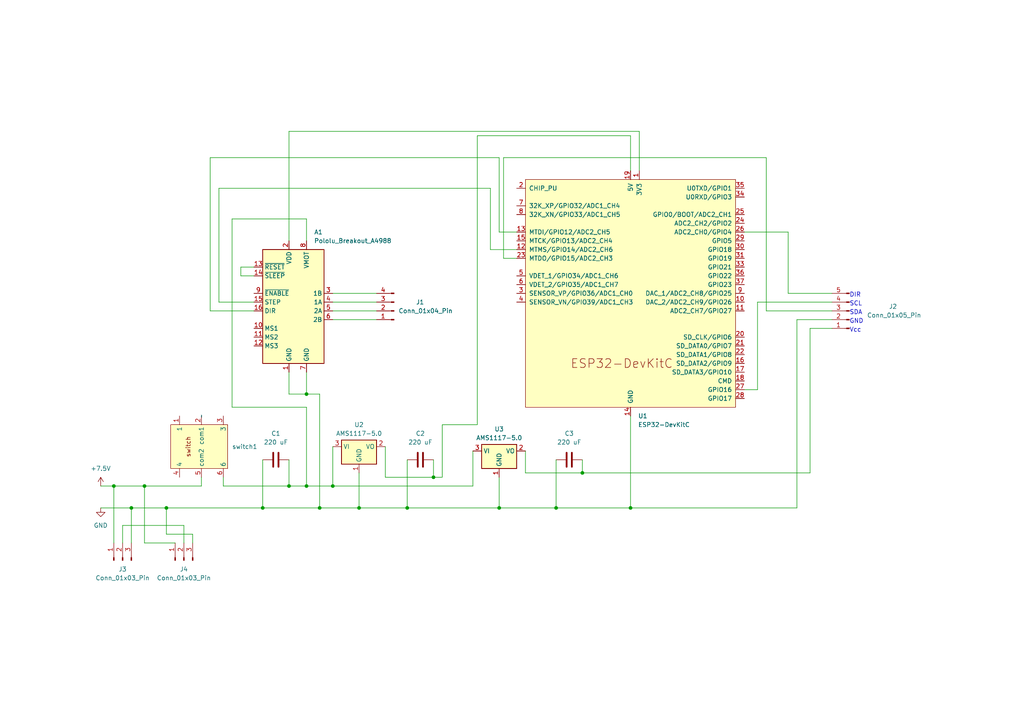
<source format=kicad_sch>
(kicad_sch (version 20230121) (generator eeschema)

  (uuid 02501589-2daf-4266-9cfa-4f16ba5aaf3d)

  (paper "A4")

  (lib_symbols
    (symbol "Connector:Conn_01x03_Pin" (pin_names (offset 1.016) hide) (in_bom yes) (on_board yes)
      (property "Reference" "J" (at 0 5.08 0)
        (effects (font (size 1.27 1.27)))
      )
      (property "Value" "Conn_01x03_Pin" (at 0 -5.08 0)
        (effects (font (size 1.27 1.27)))
      )
      (property "Footprint" "" (at 0 0 0)
        (effects (font (size 1.27 1.27)) hide)
      )
      (property "Datasheet" "~" (at 0 0 0)
        (effects (font (size 1.27 1.27)) hide)
      )
      (property "ki_locked" "" (at 0 0 0)
        (effects (font (size 1.27 1.27)))
      )
      (property "ki_keywords" "connector" (at 0 0 0)
        (effects (font (size 1.27 1.27)) hide)
      )
      (property "ki_description" "Generic connector, single row, 01x03, script generated" (at 0 0 0)
        (effects (font (size 1.27 1.27)) hide)
      )
      (property "ki_fp_filters" "Connector*:*_1x??_*" (at 0 0 0)
        (effects (font (size 1.27 1.27)) hide)
      )
      (symbol "Conn_01x03_Pin_1_1"
        (polyline
          (pts
            (xy 1.27 -2.54)
            (xy 0.8636 -2.54)
          )
          (stroke (width 0.1524) (type default))
          (fill (type none))
        )
        (polyline
          (pts
            (xy 1.27 0)
            (xy 0.8636 0)
          )
          (stroke (width 0.1524) (type default))
          (fill (type none))
        )
        (polyline
          (pts
            (xy 1.27 2.54)
            (xy 0.8636 2.54)
          )
          (stroke (width 0.1524) (type default))
          (fill (type none))
        )
        (rectangle (start 0.8636 -2.413) (end 0 -2.667)
          (stroke (width 0.1524) (type default))
          (fill (type outline))
        )
        (rectangle (start 0.8636 0.127) (end 0 -0.127)
          (stroke (width 0.1524) (type default))
          (fill (type outline))
        )
        (rectangle (start 0.8636 2.667) (end 0 2.413)
          (stroke (width 0.1524) (type default))
          (fill (type outline))
        )
        (pin passive line (at 5.08 2.54 180) (length 3.81)
          (name "Pin_1" (effects (font (size 1.27 1.27))))
          (number "1" (effects (font (size 1.27 1.27))))
        )
        (pin passive line (at 5.08 0 180) (length 3.81)
          (name "Pin_2" (effects (font (size 1.27 1.27))))
          (number "2" (effects (font (size 1.27 1.27))))
        )
        (pin passive line (at 5.08 -2.54 180) (length 3.81)
          (name "Pin_3" (effects (font (size 1.27 1.27))))
          (number "3" (effects (font (size 1.27 1.27))))
        )
      )
    )
    (symbol "Connector:Conn_01x04_Pin" (pin_names (offset 1.016) hide) (in_bom yes) (on_board yes)
      (property "Reference" "J" (at 0 5.08 0)
        (effects (font (size 1.27 1.27)))
      )
      (property "Value" "Conn_01x04_Pin" (at 0 -7.62 0)
        (effects (font (size 1.27 1.27)))
      )
      (property "Footprint" "" (at 0 0 0)
        (effects (font (size 1.27 1.27)) hide)
      )
      (property "Datasheet" "~" (at 0 0 0)
        (effects (font (size 1.27 1.27)) hide)
      )
      (property "ki_locked" "" (at 0 0 0)
        (effects (font (size 1.27 1.27)))
      )
      (property "ki_keywords" "connector" (at 0 0 0)
        (effects (font (size 1.27 1.27)) hide)
      )
      (property "ki_description" "Generic connector, single row, 01x04, script generated" (at 0 0 0)
        (effects (font (size 1.27 1.27)) hide)
      )
      (property "ki_fp_filters" "Connector*:*_1x??_*" (at 0 0 0)
        (effects (font (size 1.27 1.27)) hide)
      )
      (symbol "Conn_01x04_Pin_1_1"
        (polyline
          (pts
            (xy 1.27 -5.08)
            (xy 0.8636 -5.08)
          )
          (stroke (width 0.1524) (type default))
          (fill (type none))
        )
        (polyline
          (pts
            (xy 1.27 -2.54)
            (xy 0.8636 -2.54)
          )
          (stroke (width 0.1524) (type default))
          (fill (type none))
        )
        (polyline
          (pts
            (xy 1.27 0)
            (xy 0.8636 0)
          )
          (stroke (width 0.1524) (type default))
          (fill (type none))
        )
        (polyline
          (pts
            (xy 1.27 2.54)
            (xy 0.8636 2.54)
          )
          (stroke (width 0.1524) (type default))
          (fill (type none))
        )
        (rectangle (start 0.8636 -4.953) (end 0 -5.207)
          (stroke (width 0.1524) (type default))
          (fill (type outline))
        )
        (rectangle (start 0.8636 -2.413) (end 0 -2.667)
          (stroke (width 0.1524) (type default))
          (fill (type outline))
        )
        (rectangle (start 0.8636 0.127) (end 0 -0.127)
          (stroke (width 0.1524) (type default))
          (fill (type outline))
        )
        (rectangle (start 0.8636 2.667) (end 0 2.413)
          (stroke (width 0.1524) (type default))
          (fill (type outline))
        )
        (pin passive line (at 5.08 2.54 180) (length 3.81)
          (name "Pin_1" (effects (font (size 1.27 1.27))))
          (number "1" (effects (font (size 1.27 1.27))))
        )
        (pin passive line (at 5.08 0 180) (length 3.81)
          (name "Pin_2" (effects (font (size 1.27 1.27))))
          (number "2" (effects (font (size 1.27 1.27))))
        )
        (pin passive line (at 5.08 -2.54 180) (length 3.81)
          (name "Pin_3" (effects (font (size 1.27 1.27))))
          (number "3" (effects (font (size 1.27 1.27))))
        )
        (pin passive line (at 5.08 -5.08 180) (length 3.81)
          (name "Pin_4" (effects (font (size 1.27 1.27))))
          (number "4" (effects (font (size 1.27 1.27))))
        )
      )
    )
    (symbol "Connector:Conn_01x05_Pin" (pin_names (offset 1.016) hide) (in_bom yes) (on_board yes)
      (property "Reference" "J" (at 0 7.62 0)
        (effects (font (size 1.27 1.27)))
      )
      (property "Value" "Conn_01x05_Pin" (at 0 -7.62 0)
        (effects (font (size 1.27 1.27)))
      )
      (property "Footprint" "" (at 0 0 0)
        (effects (font (size 1.27 1.27)) hide)
      )
      (property "Datasheet" "~" (at 0 0 0)
        (effects (font (size 1.27 1.27)) hide)
      )
      (property "ki_locked" "" (at 0 0 0)
        (effects (font (size 1.27 1.27)))
      )
      (property "ki_keywords" "connector" (at 0 0 0)
        (effects (font (size 1.27 1.27)) hide)
      )
      (property "ki_description" "Generic connector, single row, 01x05, script generated" (at 0 0 0)
        (effects (font (size 1.27 1.27)) hide)
      )
      (property "ki_fp_filters" "Connector*:*_1x??_*" (at 0 0 0)
        (effects (font (size 1.27 1.27)) hide)
      )
      (symbol "Conn_01x05_Pin_1_1"
        (polyline
          (pts
            (xy 1.27 -5.08)
            (xy 0.8636 -5.08)
          )
          (stroke (width 0.1524) (type default))
          (fill (type none))
        )
        (polyline
          (pts
            (xy 1.27 -2.54)
            (xy 0.8636 -2.54)
          )
          (stroke (width 0.1524) (type default))
          (fill (type none))
        )
        (polyline
          (pts
            (xy 1.27 0)
            (xy 0.8636 0)
          )
          (stroke (width 0.1524) (type default))
          (fill (type none))
        )
        (polyline
          (pts
            (xy 1.27 2.54)
            (xy 0.8636 2.54)
          )
          (stroke (width 0.1524) (type default))
          (fill (type none))
        )
        (polyline
          (pts
            (xy 1.27 5.08)
            (xy 0.8636 5.08)
          )
          (stroke (width 0.1524) (type default))
          (fill (type none))
        )
        (rectangle (start 0.8636 -4.953) (end 0 -5.207)
          (stroke (width 0.1524) (type default))
          (fill (type outline))
        )
        (rectangle (start 0.8636 -2.413) (end 0 -2.667)
          (stroke (width 0.1524) (type default))
          (fill (type outline))
        )
        (rectangle (start 0.8636 0.127) (end 0 -0.127)
          (stroke (width 0.1524) (type default))
          (fill (type outline))
        )
        (rectangle (start 0.8636 2.667) (end 0 2.413)
          (stroke (width 0.1524) (type default))
          (fill (type outline))
        )
        (rectangle (start 0.8636 5.207) (end 0 4.953)
          (stroke (width 0.1524) (type default))
          (fill (type outline))
        )
        (pin passive line (at 5.08 5.08 180) (length 3.81)
          (name "Pin_1" (effects (font (size 1.27 1.27))))
          (number "1" (effects (font (size 1.27 1.27))))
        )
        (pin passive line (at 5.08 2.54 180) (length 3.81)
          (name "Pin_2" (effects (font (size 1.27 1.27))))
          (number "2" (effects (font (size 1.27 1.27))))
        )
        (pin passive line (at 5.08 0 180) (length 3.81)
          (name "Pin_3" (effects (font (size 1.27 1.27))))
          (number "3" (effects (font (size 1.27 1.27))))
        )
        (pin passive line (at 5.08 -2.54 180) (length 3.81)
          (name "Pin_4" (effects (font (size 1.27 1.27))))
          (number "4" (effects (font (size 1.27 1.27))))
        )
        (pin passive line (at 5.08 -5.08 180) (length 3.81)
          (name "Pin_5" (effects (font (size 1.27 1.27))))
          (number "5" (effects (font (size 1.27 1.27))))
        )
      )
    )
    (symbol "Device:C" (pin_numbers hide) (pin_names (offset 0.254)) (in_bom yes) (on_board yes)
      (property "Reference" "C" (at 0.635 2.54 0)
        (effects (font (size 1.27 1.27)) (justify left))
      )
      (property "Value" "C" (at 0.635 -2.54 0)
        (effects (font (size 1.27 1.27)) (justify left))
      )
      (property "Footprint" "" (at 0.9652 -3.81 0)
        (effects (font (size 1.27 1.27)) hide)
      )
      (property "Datasheet" "~" (at 0 0 0)
        (effects (font (size 1.27 1.27)) hide)
      )
      (property "ki_keywords" "cap capacitor" (at 0 0 0)
        (effects (font (size 1.27 1.27)) hide)
      )
      (property "ki_description" "Unpolarized capacitor" (at 0 0 0)
        (effects (font (size 1.27 1.27)) hide)
      )
      (property "ki_fp_filters" "C_*" (at 0 0 0)
        (effects (font (size 1.27 1.27)) hide)
      )
      (symbol "C_0_1"
        (polyline
          (pts
            (xy -2.032 -0.762)
            (xy 2.032 -0.762)
          )
          (stroke (width 0.508) (type default))
          (fill (type none))
        )
        (polyline
          (pts
            (xy -2.032 0.762)
            (xy 2.032 0.762)
          )
          (stroke (width 0.508) (type default))
          (fill (type none))
        )
      )
      (symbol "C_1_1"
        (pin passive line (at 0 3.81 270) (length 2.794)
          (name "~" (effects (font (size 1.27 1.27))))
          (number "1" (effects (font (size 1.27 1.27))))
        )
        (pin passive line (at 0 -3.81 90) (length 2.794)
          (name "~" (effects (font (size 1.27 1.27))))
          (number "2" (effects (font (size 1.27 1.27))))
        )
      )
    )
    (symbol "Driver_Motor:Pololu_Breakout_A4988" (in_bom yes) (on_board yes)
      (property "Reference" "A" (at -2.54 19.05 0)
        (effects (font (size 1.27 1.27)) (justify right))
      )
      (property "Value" "Pololu_Breakout_A4988" (at -2.54 16.51 0)
        (effects (font (size 1.27 1.27)) (justify right))
      )
      (property "Footprint" "Module:Pololu_Breakout-16_15.2x20.3mm" (at 6.985 -19.05 0)
        (effects (font (size 1.27 1.27)) (justify left) hide)
      )
      (property "Datasheet" "https://www.pololu.com/product/2980/pictures" (at 2.54 -7.62 0)
        (effects (font (size 1.27 1.27)) hide)
      )
      (property "ki_keywords" "Pololu Breakout Board Stepper Driver A4988" (at 0 0 0)
        (effects (font (size 1.27 1.27)) hide)
      )
      (property "ki_description" "Pololu Breakout Board, Stepper Driver A4988" (at 0 0 0)
        (effects (font (size 1.27 1.27)) hide)
      )
      (property "ki_fp_filters" "Pololu*Breakout*15.2x20.3mm*" (at 0 0 0)
        (effects (font (size 1.27 1.27)) hide)
      )
      (symbol "Pololu_Breakout_A4988_0_1"
        (rectangle (start 10.16 -17.78) (end -7.62 15.24)
          (stroke (width 0.254) (type default))
          (fill (type background))
        )
      )
      (symbol "Pololu_Breakout_A4988_1_1"
        (pin power_in line (at 0 -20.32 90) (length 2.54)
          (name "GND" (effects (font (size 1.27 1.27))))
          (number "1" (effects (font (size 1.27 1.27))))
        )
        (pin input line (at -10.16 -7.62 0) (length 2.54)
          (name "MS1" (effects (font (size 1.27 1.27))))
          (number "10" (effects (font (size 1.27 1.27))))
        )
        (pin input line (at -10.16 -10.16 0) (length 2.54)
          (name "MS2" (effects (font (size 1.27 1.27))))
          (number "11" (effects (font (size 1.27 1.27))))
        )
        (pin input line (at -10.16 -12.7 0) (length 2.54)
          (name "MS3" (effects (font (size 1.27 1.27))))
          (number "12" (effects (font (size 1.27 1.27))))
        )
        (pin input line (at -10.16 10.16 0) (length 2.54)
          (name "~{RESET}" (effects (font (size 1.27 1.27))))
          (number "13" (effects (font (size 1.27 1.27))))
        )
        (pin input line (at -10.16 7.62 0) (length 2.54)
          (name "~{SLEEP}" (effects (font (size 1.27 1.27))))
          (number "14" (effects (font (size 1.27 1.27))))
        )
        (pin input line (at -10.16 0 0) (length 2.54)
          (name "STEP" (effects (font (size 1.27 1.27))))
          (number "15" (effects (font (size 1.27 1.27))))
        )
        (pin input line (at -10.16 -2.54 0) (length 2.54)
          (name "DIR" (effects (font (size 1.27 1.27))))
          (number "16" (effects (font (size 1.27 1.27))))
        )
        (pin power_in line (at 0 17.78 270) (length 2.54)
          (name "VDD" (effects (font (size 1.27 1.27))))
          (number "2" (effects (font (size 1.27 1.27))))
        )
        (pin output line (at 12.7 2.54 180) (length 2.54)
          (name "1B" (effects (font (size 1.27 1.27))))
          (number "3" (effects (font (size 1.27 1.27))))
        )
        (pin output line (at 12.7 0 180) (length 2.54)
          (name "1A" (effects (font (size 1.27 1.27))))
          (number "4" (effects (font (size 1.27 1.27))))
        )
        (pin output line (at 12.7 -2.54 180) (length 2.54)
          (name "2A" (effects (font (size 1.27 1.27))))
          (number "5" (effects (font (size 1.27 1.27))))
        )
        (pin output line (at 12.7 -5.08 180) (length 2.54)
          (name "2B" (effects (font (size 1.27 1.27))))
          (number "6" (effects (font (size 1.27 1.27))))
        )
        (pin power_in line (at 5.08 -20.32 90) (length 2.54)
          (name "GND" (effects (font (size 1.27 1.27))))
          (number "7" (effects (font (size 1.27 1.27))))
        )
        (pin power_in line (at 5.08 17.78 270) (length 2.54)
          (name "VMOT" (effects (font (size 1.27 1.27))))
          (number "8" (effects (font (size 1.27 1.27))))
        )
        (pin input line (at -10.16 2.54 0) (length 2.54)
          (name "~{ENABLE}" (effects (font (size 1.27 1.27))))
          (number "9" (effects (font (size 1.27 1.27))))
        )
      )
    )
    (symbol "PCM_Espressif:ESP32-DevKitC" (pin_names (offset 1.016)) (in_bom yes) (on_board yes)
      (property "Reference" "U" (at -30.48 38.1 0)
        (effects (font (size 1.27 1.27)) (justify left))
      )
      (property "Value" "ESP32-DevKitC" (at -30.48 35.56 0)
        (effects (font (size 1.27 1.27)) (justify left))
      )
      (property "Footprint" "PCM_Espressif:ESP32-DevKitC" (at 0 -43.18 0)
        (effects (font (size 1.27 1.27)) hide)
      )
      (property "Datasheet" "https://docs.espressif.com/projects/esp-idf/zh_CN/latest/esp32/hw-reference/esp32/get-started-devkitc.html" (at 0 -45.72 0)
        (effects (font (size 1.27 1.27)) hide)
      )
      (property "ki_keywords" "ESP32" (at 0 0 0)
        (effects (font (size 1.27 1.27)) hide)
      )
      (property "ki_description" "Development Kit" (at 0 0 0)
        (effects (font (size 1.27 1.27)) hide)
      )
      (symbol "ESP32-DevKitC_0_0"
        (text "ESP32-DevKitC" (at -2.54 -20.32 0)
          (effects (font (size 2.54 2.54)))
        )
        (pin power_in line (at 0 -35.56 90) (length 2.54)
          (name "GND" (effects (font (size 1.27 1.27))))
          (number "14" (effects (font (size 1.27 1.27))))
        )
        (pin power_in line (at 0 35.56 270) (length 2.54)
          (name "5V" (effects (font (size 1.27 1.27))))
          (number "19" (effects (font (size 1.27 1.27))))
        )
      )
      (symbol "ESP32-DevKitC_0_1"
        (rectangle (start -30.48 33.02) (end 30.48 -33.02)
          (stroke (width 0) (type default))
          (fill (type background))
        )
      )
      (symbol "ESP32-DevKitC_1_1"
        (pin power_in line (at 2.54 35.56 270) (length 2.54)
          (name "3V3" (effects (font (size 1.27 1.27))))
          (number "1" (effects (font (size 1.27 1.27))))
        )
        (pin bidirectional line (at 33.02 -2.54 180) (length 2.54)
          (name "DAC_2/ADC2_CH9/GPIO26" (effects (font (size 1.27 1.27))))
          (number "10" (effects (font (size 1.27 1.27))))
        )
        (pin bidirectional line (at 33.02 -5.08 180) (length 2.54)
          (name "ADC2_CH7/GPIO27" (effects (font (size 1.27 1.27))))
          (number "11" (effects (font (size 1.27 1.27))))
        )
        (pin bidirectional line (at -33.02 12.7 0) (length 2.54)
          (name "MTMS/GPIO14/ADC2_CH6" (effects (font (size 1.27 1.27))))
          (number "12" (effects (font (size 1.27 1.27))))
        )
        (pin bidirectional line (at -33.02 17.78 0) (length 2.54)
          (name "MTDI/GPIO12/ADC2_CH5" (effects (font (size 1.27 1.27))))
          (number "13" (effects (font (size 1.27 1.27))))
        )
        (pin bidirectional line (at -33.02 15.24 0) (length 2.54)
          (name "MTCK/GPIO13/ADC2_CH4" (effects (font (size 1.27 1.27))))
          (number "15" (effects (font (size 1.27 1.27))))
        )
        (pin bidirectional line (at 33.02 -20.32 180) (length 2.54)
          (name "SD_DATA2/GPIO9" (effects (font (size 1.27 1.27))))
          (number "16" (effects (font (size 1.27 1.27))))
        )
        (pin bidirectional line (at 33.02 -22.86 180) (length 2.54)
          (name "SD_DATA3/GPIO10" (effects (font (size 1.27 1.27))))
          (number "17" (effects (font (size 1.27 1.27))))
        )
        (pin bidirectional line (at 33.02 -25.4 180) (length 2.54)
          (name "CMD" (effects (font (size 1.27 1.27))))
          (number "18" (effects (font (size 1.27 1.27))))
        )
        (pin input line (at -33.02 30.48 0) (length 2.54)
          (name "CHIP_PU" (effects (font (size 1.27 1.27))))
          (number "2" (effects (font (size 1.27 1.27))))
        )
        (pin bidirectional line (at 33.02 -12.7 180) (length 2.54)
          (name "SD_CLK/GPIO6" (effects (font (size 1.27 1.27))))
          (number "20" (effects (font (size 1.27 1.27))))
        )
        (pin bidirectional line (at 33.02 -15.24 180) (length 2.54)
          (name "SD_DATA0/GPIO7" (effects (font (size 1.27 1.27))))
          (number "21" (effects (font (size 1.27 1.27))))
        )
        (pin bidirectional line (at 33.02 -17.78 180) (length 2.54)
          (name "SD_DATA1/GPIO8" (effects (font (size 1.27 1.27))))
          (number "22" (effects (font (size 1.27 1.27))))
        )
        (pin bidirectional line (at -33.02 10.16 0) (length 2.54)
          (name "MTDO/GPIO15/ADC2_CH3" (effects (font (size 1.27 1.27))))
          (number "23" (effects (font (size 1.27 1.27))))
        )
        (pin bidirectional line (at 33.02 20.32 180) (length 2.54)
          (name "ADC2_CH2/GPIO2" (effects (font (size 1.27 1.27))))
          (number "24" (effects (font (size 1.27 1.27))))
        )
        (pin bidirectional line (at 33.02 22.86 180) (length 2.54)
          (name "GPIO0/BOOT/ADC2_CH1" (effects (font (size 1.27 1.27))))
          (number "25" (effects (font (size 1.27 1.27))))
        )
        (pin bidirectional line (at 33.02 17.78 180) (length 2.54)
          (name "ADC2_CH0/GPIO4" (effects (font (size 1.27 1.27))))
          (number "26" (effects (font (size 1.27 1.27))))
        )
        (pin bidirectional line (at 33.02 -27.94 180) (length 2.54)
          (name "GPIO16" (effects (font (size 1.27 1.27))))
          (number "27" (effects (font (size 1.27 1.27))))
        )
        (pin bidirectional line (at 33.02 -30.48 180) (length 2.54)
          (name "GPIO17" (effects (font (size 1.27 1.27))))
          (number "28" (effects (font (size 1.27 1.27))))
        )
        (pin bidirectional line (at 33.02 15.24 180) (length 2.54)
          (name "GPIO5" (effects (font (size 1.27 1.27))))
          (number "29" (effects (font (size 1.27 1.27))))
        )
        (pin input line (at -33.02 0 0) (length 2.54)
          (name "SENSOR_VP/GPIO36/ADC1_CH0" (effects (font (size 1.27 1.27))))
          (number "3" (effects (font (size 1.27 1.27))))
        )
        (pin bidirectional line (at 33.02 12.7 180) (length 2.54)
          (name "GPIO18" (effects (font (size 1.27 1.27))))
          (number "30" (effects (font (size 1.27 1.27))))
        )
        (pin bidirectional line (at 33.02 10.16 180) (length 2.54)
          (name "GPIO19" (effects (font (size 1.27 1.27))))
          (number "31" (effects (font (size 1.27 1.27))))
        )
        (pin passive line (at 0 -35.56 90) (length 2.54) hide
          (name "GND" (effects (font (size 1.27 1.27))))
          (number "32" (effects (font (size 1.27 1.27))))
        )
        (pin bidirectional line (at 33.02 7.62 180) (length 2.54)
          (name "GPIO21" (effects (font (size 1.27 1.27))))
          (number "33" (effects (font (size 1.27 1.27))))
        )
        (pin bidirectional line (at 33.02 27.94 180) (length 2.54)
          (name "U0RXD/GPIO3" (effects (font (size 1.27 1.27))))
          (number "34" (effects (font (size 1.27 1.27))))
        )
        (pin bidirectional line (at 33.02 30.48 180) (length 2.54)
          (name "U0TXD/GPIO1" (effects (font (size 1.27 1.27))))
          (number "35" (effects (font (size 1.27 1.27))))
        )
        (pin bidirectional line (at 33.02 5.08 180) (length 2.54)
          (name "GPIO22" (effects (font (size 1.27 1.27))))
          (number "36" (effects (font (size 1.27 1.27))))
        )
        (pin bidirectional line (at 33.02 2.54 180) (length 2.54)
          (name "GPIO23" (effects (font (size 1.27 1.27))))
          (number "37" (effects (font (size 1.27 1.27))))
        )
        (pin passive line (at 0 -35.56 90) (length 2.54) hide
          (name "GND" (effects (font (size 1.27 1.27))))
          (number "38" (effects (font (size 1.27 1.27))))
        )
        (pin input line (at -33.02 -2.54 0) (length 2.54)
          (name "SENSOR_VN/GPIO39/ADC1_CH3" (effects (font (size 1.27 1.27))))
          (number "4" (effects (font (size 1.27 1.27))))
        )
        (pin input line (at -33.02 5.08 0) (length 2.54)
          (name "VDET_1/GPIO34/ADC1_CH6" (effects (font (size 1.27 1.27))))
          (number "5" (effects (font (size 1.27 1.27))))
        )
        (pin input line (at -33.02 2.54 0) (length 2.54)
          (name "VDET_2/GPIO35/ADC1_CH7" (effects (font (size 1.27 1.27))))
          (number "6" (effects (font (size 1.27 1.27))))
        )
        (pin bidirectional line (at -33.02 25.4 0) (length 2.54)
          (name "32K_XP/GPIO32/ADC1_CH4" (effects (font (size 1.27 1.27))))
          (number "7" (effects (font (size 1.27 1.27))))
        )
        (pin bidirectional line (at -33.02 22.86 0) (length 2.54)
          (name "32K_XN/GPIO33/ADC1_CH5" (effects (font (size 1.27 1.27))))
          (number "8" (effects (font (size 1.27 1.27))))
        )
        (pin bidirectional line (at 33.02 0 180) (length 2.54)
          (name "DAC_1/ADC2_CH8/GPIO25" (effects (font (size 1.27 1.27))))
          (number "9" (effects (font (size 1.27 1.27))))
        )
      )
    )
    (symbol "Regulator_Linear:AMS1117-5.0" (in_bom yes) (on_board yes)
      (property "Reference" "U" (at -3.81 3.175 0)
        (effects (font (size 1.27 1.27)))
      )
      (property "Value" "AMS1117-5.0" (at 0 3.175 0)
        (effects (font (size 1.27 1.27)) (justify left))
      )
      (property "Footprint" "Package_TO_SOT_SMD:SOT-223-3_TabPin2" (at 0 5.08 0)
        (effects (font (size 1.27 1.27)) hide)
      )
      (property "Datasheet" "http://www.advanced-monolithic.com/pdf/ds1117.pdf" (at 2.54 -6.35 0)
        (effects (font (size 1.27 1.27)) hide)
      )
      (property "ki_keywords" "linear regulator ldo fixed positive" (at 0 0 0)
        (effects (font (size 1.27 1.27)) hide)
      )
      (property "ki_description" "1A Low Dropout regulator, positive, 5.0V fixed output, SOT-223" (at 0 0 0)
        (effects (font (size 1.27 1.27)) hide)
      )
      (property "ki_fp_filters" "SOT?223*TabPin2*" (at 0 0 0)
        (effects (font (size 1.27 1.27)) hide)
      )
      (symbol "AMS1117-5.0_0_1"
        (rectangle (start -5.08 -5.08) (end 5.08 1.905)
          (stroke (width 0.254) (type default))
          (fill (type background))
        )
      )
      (symbol "AMS1117-5.0_1_1"
        (pin power_in line (at 0 -7.62 90) (length 2.54)
          (name "GND" (effects (font (size 1.27 1.27))))
          (number "1" (effects (font (size 1.27 1.27))))
        )
        (pin power_out line (at 7.62 0 180) (length 2.54)
          (name "VO" (effects (font (size 1.27 1.27))))
          (number "2" (effects (font (size 1.27 1.27))))
        )
        (pin power_in line (at -7.62 0 0) (length 2.54)
          (name "VI" (effects (font (size 1.27 1.27))))
          (number "3" (effects (font (size 1.27 1.27))))
        )
      )
    )
    (symbol "custom_symbol_Library:micro_switch_6" (in_bom yes) (on_board yes)
      (property "Reference" "U" (at 0 0 0)
        (effects (font (size 1.27 1.27)))
      )
      (property "Value" "" (at 0 0 0)
        (effects (font (size 1.27 1.27)))
      )
      (property "Footprint" "" (at 0 0 0)
        (effects (font (size 1.27 1.27)) hide)
      )
      (property "Datasheet" "" (at 0 0 0)
        (effects (font (size 1.27 1.27)) hide)
      )
      (symbol "micro_switch_6_1_1"
        (rectangle (start 2.54 7.62) (end 15.24 -8.89)
          (stroke (width 0) (type default))
          (fill (type background))
        )
        (text "switch" (at 8.89 -3.81 0)
          (effects (font (size 1.27 1.27)))
        )
        (pin output line (at 0 -6.35 0) (length 2.54)
          (name "1" (effects (font (size 1.27 1.27))))
          (number "1" (effects (font (size 1.27 1.27))))
        )
        (pin input line (at 0 0 0) (length 2.54)
          (name "com1" (effects (font (size 1.27 1.27))))
          (number "2" (effects (font (size 1.27 1.27))))
        )
        (pin output line (at 0 6.35 0) (length 2.54)
          (name "3" (effects (font (size 1.27 1.27))))
          (number "3" (effects (font (size 1.27 1.27))))
        )
        (pin output line (at 17.78 -6.35 180) (length 2.54)
          (name "4" (effects (font (size 1.27 1.27))))
          (number "4" (effects (font (size 1.27 1.27))))
        )
        (pin input line (at 17.78 0 180) (length 2.54)
          (name "com2" (effects (font (size 1.27 1.27))))
          (number "5" (effects (font (size 1.27 1.27))))
        )
        (pin output line (at 17.78 6.35 180) (length 2.54)
          (name "6" (effects (font (size 1.27 1.27))))
          (number "6" (effects (font (size 1.27 1.27))))
        )
      )
    )
    (symbol "power:+7.5V" (power) (pin_names (offset 0)) (in_bom yes) (on_board yes)
      (property "Reference" "#PWR" (at 0 -3.81 0)
        (effects (font (size 1.27 1.27)) hide)
      )
      (property "Value" "+7.5V" (at 0 3.556 0)
        (effects (font (size 1.27 1.27)))
      )
      (property "Footprint" "" (at 0 0 0)
        (effects (font (size 1.27 1.27)) hide)
      )
      (property "Datasheet" "" (at 0 0 0)
        (effects (font (size 1.27 1.27)) hide)
      )
      (property "ki_keywords" "global power" (at 0 0 0)
        (effects (font (size 1.27 1.27)) hide)
      )
      (property "ki_description" "Power symbol creates a global label with name \"+7.5V\"" (at 0 0 0)
        (effects (font (size 1.27 1.27)) hide)
      )
      (symbol "+7.5V_0_1"
        (polyline
          (pts
            (xy -0.762 1.27)
            (xy 0 2.54)
          )
          (stroke (width 0) (type default))
          (fill (type none))
        )
        (polyline
          (pts
            (xy 0 0)
            (xy 0 2.54)
          )
          (stroke (width 0) (type default))
          (fill (type none))
        )
        (polyline
          (pts
            (xy 0 2.54)
            (xy 0.762 1.27)
          )
          (stroke (width 0) (type default))
          (fill (type none))
        )
      )
      (symbol "+7.5V_1_1"
        (pin power_in line (at 0 0 90) (length 0) hide
          (name "+7.5V" (effects (font (size 1.27 1.27))))
          (number "1" (effects (font (size 1.27 1.27))))
        )
      )
    )
    (symbol "power:GND" (power) (pin_names (offset 0)) (in_bom yes) (on_board yes)
      (property "Reference" "#PWR" (at 0 -6.35 0)
        (effects (font (size 1.27 1.27)) hide)
      )
      (property "Value" "GND" (at 0 -3.81 0)
        (effects (font (size 1.27 1.27)))
      )
      (property "Footprint" "" (at 0 0 0)
        (effects (font (size 1.27 1.27)) hide)
      )
      (property "Datasheet" "" (at 0 0 0)
        (effects (font (size 1.27 1.27)) hide)
      )
      (property "ki_keywords" "global power" (at 0 0 0)
        (effects (font (size 1.27 1.27)) hide)
      )
      (property "ki_description" "Power symbol creates a global label with name \"GND\" , ground" (at 0 0 0)
        (effects (font (size 1.27 1.27)) hide)
      )
      (symbol "GND_0_1"
        (polyline
          (pts
            (xy 0 0)
            (xy 0 -1.27)
            (xy 1.27 -1.27)
            (xy 0 -2.54)
            (xy -1.27 -1.27)
            (xy 0 -1.27)
          )
          (stroke (width 0) (type default))
          (fill (type none))
        )
      )
      (symbol "GND_1_1"
        (pin power_in line (at 0 0 270) (length 0) hide
          (name "GND" (effects (font (size 1.27 1.27))))
          (number "1" (effects (font (size 1.27 1.27))))
        )
      )
    )
  )

  (junction (at 118.11 147.32) (diameter 0) (color 0 0 0 0)
    (uuid 0fdca8f8-3d5e-43dd-b462-8ad3c7e4da4e)
  )
  (junction (at 92.71 147.32) (diameter 0) (color 0 0 0 0)
    (uuid 23e0ad0c-b723-4ad9-b51d-c2365d91cdb7)
  )
  (junction (at 48.26 147.32) (diameter 0) (color 0 0 0 0)
    (uuid 49224787-9542-4299-aa57-1d2fec39cb85)
  )
  (junction (at 88.9 114.3) (diameter 0) (color 0 0 0 0)
    (uuid 5a034f97-5545-4122-a5a1-36948c8be218)
  )
  (junction (at 161.29 147.32) (diameter 0) (color 0 0 0 0)
    (uuid 62497b6a-5665-40a4-a58e-e86879507a23)
  )
  (junction (at 104.14 147.32) (diameter 0) (color 0 0 0 0)
    (uuid 6595b26f-95e2-47e1-ae8e-cac9c6e74c40)
  )
  (junction (at 33.02 140.97) (diameter 0) (color 0 0 0 0)
    (uuid 71688754-7679-4777-82ae-949e0fdbf468)
  )
  (junction (at 88.9 140.97) (diameter 0) (color 0 0 0 0)
    (uuid 921266ee-9194-420d-8db9-884585673988)
  )
  (junction (at 96.52 140.97) (diameter 0) (color 0 0 0 0)
    (uuid 9ac157a7-3324-4ed5-aba1-e7d6a2a37395)
  )
  (junction (at 76.2 147.32) (diameter 0) (color 0 0 0 0)
    (uuid a9db48a9-3b9d-4fcd-bd3b-8f6654df4b0a)
  )
  (junction (at 168.91 137.16) (diameter 0) (color 0 0 0 0)
    (uuid aa154133-9677-47fb-9f73-82c197001fb9)
  )
  (junction (at 182.88 147.32) (diameter 0) (color 0 0 0 0)
    (uuid c1ad4ea6-d4d8-4cd7-9ff7-f394d6d0a29e)
  )
  (junction (at 144.78 147.32) (diameter 0) (color 0 0 0 0)
    (uuid c3406ebe-5f9f-44df-981b-4c7849af06bd)
  )
  (junction (at 38.1 147.32) (diameter 0) (color 0 0 0 0)
    (uuid d871dedb-f644-469b-9dc5-06e01768d8ed)
  )
  (junction (at 83.82 140.97) (diameter 0) (color 0 0 0 0)
    (uuid dc3cc9dd-c748-4192-b9c7-85fa03d292fb)
  )
  (junction (at 41.91 140.97) (diameter 0) (color 0 0 0 0)
    (uuid edb6ead5-9ab3-4628-86d7-c53b39aa98cc)
  )
  (junction (at 125.73 138.43) (diameter 0) (color 0 0 0 0)
    (uuid ee0927cf-d3c4-4779-8a8b-1c93566dda91)
  )

  (wire (pts (xy 55.88 157.48) (xy 55.88 154.94))
    (stroke (width 0) (type default))
    (uuid 06443184-440c-4b4d-a3d3-3bb008131729)
  )
  (wire (pts (xy 104.14 137.16) (xy 104.14 147.32))
    (stroke (width 0) (type default))
    (uuid 068d362f-fe4b-4440-a5a5-c52fc6b9399c)
  )
  (wire (pts (xy 144.78 67.31) (xy 149.86 67.31))
    (stroke (width 0) (type default))
    (uuid 0b43d801-8fed-4010-a1e9-8006cb63dcdf)
  )
  (wire (pts (xy 73.66 80.01) (xy 69.85 80.01))
    (stroke (width 0) (type default))
    (uuid 0bdf2689-5c8e-401b-856a-bffb9bd1fdf0)
  )
  (wire (pts (xy 168.91 137.16) (xy 234.95 137.16))
    (stroke (width 0) (type default))
    (uuid 0e1a634b-8c35-4581-a4e5-4eec45f701c2)
  )
  (wire (pts (xy 118.11 147.32) (xy 144.78 147.32))
    (stroke (width 0) (type default))
    (uuid 108cba96-72d7-43b3-b349-25783c0b2f30)
  )
  (wire (pts (xy 152.4 137.16) (xy 168.91 137.16))
    (stroke (width 0) (type default))
    (uuid 13e3f846-bcc2-4681-9dfe-e2e52dbf3b23)
  )
  (wire (pts (xy 58.42 138.43) (xy 58.42 140.97))
    (stroke (width 0) (type default))
    (uuid 14afc4c1-f3cc-4705-b2d3-aabe0b3fddd2)
  )
  (wire (pts (xy 48.26 147.32) (xy 76.2 147.32))
    (stroke (width 0) (type default))
    (uuid 169a5e00-c25e-4c16-9eaa-735145aa96bc)
  )
  (wire (pts (xy 168.91 133.35) (xy 168.91 137.16))
    (stroke (width 0) (type default))
    (uuid 1d24fb8c-42d8-4140-8f63-9435932c0875)
  )
  (wire (pts (xy 152.4 130.81) (xy 152.4 137.16))
    (stroke (width 0) (type default))
    (uuid 1e246e4a-ab51-4739-9084-da225701ec7f)
  )
  (wire (pts (xy 118.11 133.35) (xy 118.11 147.32))
    (stroke (width 0) (type default))
    (uuid 24d480dc-32bd-4148-bdf8-986442397c4b)
  )
  (wire (pts (xy 125.73 138.43) (xy 128.27 138.43))
    (stroke (width 0) (type default))
    (uuid 27095878-c81e-429a-85c9-7ddb776bdf1c)
  )
  (wire (pts (xy 88.9 107.95) (xy 88.9 114.3))
    (stroke (width 0) (type default))
    (uuid 2c4820b9-68d9-41e2-b280-d5e2acfd1908)
  )
  (wire (pts (xy 64.77 138.43) (xy 64.77 140.97))
    (stroke (width 0) (type default))
    (uuid 314ea2b4-f135-4422-8def-ba60fadd44cd)
  )
  (wire (pts (xy 161.29 133.35) (xy 161.29 147.32))
    (stroke (width 0) (type default))
    (uuid 35cecb6c-2c4e-422c-bfac-e1d6b608de6d)
  )
  (wire (pts (xy 83.82 114.3) (xy 88.9 114.3))
    (stroke (width 0) (type default))
    (uuid 3b63f0a6-2749-459a-8789-3be648693e82)
  )
  (wire (pts (xy 182.88 120.65) (xy 182.88 147.32))
    (stroke (width 0) (type default))
    (uuid 3b774364-5404-4afc-ad96-2e39fa97fda2)
  )
  (wire (pts (xy 234.95 137.16) (xy 234.95 95.25))
    (stroke (width 0) (type default))
    (uuid 3bc2032d-92f5-4054-a1c0-cc7e0f0a58de)
  )
  (wire (pts (xy 41.91 140.97) (xy 58.42 140.97))
    (stroke (width 0) (type default))
    (uuid 3fbe5528-a73a-42bc-a4ba-9712483964e0)
  )
  (wire (pts (xy 29.21 140.97) (xy 33.02 140.97))
    (stroke (width 0) (type default))
    (uuid 402718a3-1c73-47ce-8830-137e33958dee)
  )
  (wire (pts (xy 138.43 39.37) (xy 182.88 39.37))
    (stroke (width 0) (type default))
    (uuid 4031b311-8e0d-4722-a86f-d76e261e6561)
  )
  (wire (pts (xy 182.88 147.32) (xy 231.14 147.32))
    (stroke (width 0) (type default))
    (uuid 40edface-ab61-4d29-8a5c-c0333229fdeb)
  )
  (wire (pts (xy 142.24 72.39) (xy 149.86 72.39))
    (stroke (width 0) (type default))
    (uuid 4395849d-cdd4-49a5-b5b0-62588daf5f54)
  )
  (wire (pts (xy 182.88 39.37) (xy 182.88 49.53))
    (stroke (width 0) (type default))
    (uuid 4473c0ff-58de-4e74-afb8-dc6c52f89038)
  )
  (wire (pts (xy 137.16 130.81) (xy 137.16 140.97))
    (stroke (width 0) (type default))
    (uuid 45fbad31-4e81-4577-a4bc-a9f3a8845a7d)
  )
  (wire (pts (xy 104.14 147.32) (xy 118.11 147.32))
    (stroke (width 0) (type default))
    (uuid 4c1806a1-55cf-4586-a216-5bc56295dfff)
  )
  (wire (pts (xy 146.05 74.93) (xy 149.86 74.93))
    (stroke (width 0) (type default))
    (uuid 4c5f616e-e09b-4695-ac84-5924e643641d)
  )
  (wire (pts (xy 96.52 92.71) (xy 109.22 92.71))
    (stroke (width 0) (type default))
    (uuid 4cb5ec48-c5f8-4066-9706-4cb684ad9236)
  )
  (wire (pts (xy 83.82 133.35) (xy 83.82 140.97))
    (stroke (width 0) (type default))
    (uuid 4e079368-9635-432d-a710-77c7e3f9f1b4)
  )
  (wire (pts (xy 215.9 67.31) (xy 228.6 67.31))
    (stroke (width 0) (type default))
    (uuid 4e881a7b-b91f-4d89-9aee-2ce8d2e667e0)
  )
  (wire (pts (xy 96.52 129.54) (xy 96.52 140.97))
    (stroke (width 0) (type default))
    (uuid 5688bf44-686b-4e55-898c-99860392b8b9)
  )
  (wire (pts (xy 33.02 140.97) (xy 41.91 140.97))
    (stroke (width 0) (type default))
    (uuid 582dd307-b783-4acf-9446-15427617251b)
  )
  (wire (pts (xy 228.6 85.09) (xy 241.3 85.09))
    (stroke (width 0) (type default))
    (uuid 595adece-a9bc-46ff-91d5-1e55b7a685b9)
  )
  (wire (pts (xy 92.71 114.3) (xy 92.71 147.32))
    (stroke (width 0) (type default))
    (uuid 5c9777d1-9577-488a-af6c-ccba10061e9a)
  )
  (wire (pts (xy 92.71 147.32) (xy 104.14 147.32))
    (stroke (width 0) (type default))
    (uuid 64ddfc1f-0b98-4d9e-bf0d-02a76d14b64e)
  )
  (wire (pts (xy 144.78 45.72) (xy 144.78 67.31))
    (stroke (width 0) (type default))
    (uuid 65ae8757-d97a-49e3-a78d-d997099d1caf)
  )
  (wire (pts (xy 241.3 87.63) (xy 219.71 87.63))
    (stroke (width 0) (type default))
    (uuid 66aa7b3b-5772-4233-a323-babf58ceacf2)
  )
  (wire (pts (xy 60.96 90.17) (xy 60.96 45.72))
    (stroke (width 0) (type default))
    (uuid 680872cb-8d9d-4026-bfa1-fb9030bf845d)
  )
  (wire (pts (xy 185.42 38.1) (xy 83.82 38.1))
    (stroke (width 0) (type default))
    (uuid 681185b2-bee9-4830-8367-f145b56ab12b)
  )
  (wire (pts (xy 96.52 85.09) (xy 109.22 85.09))
    (stroke (width 0) (type default))
    (uuid 68e7e272-1e08-4afb-b8b0-235bdfb6fdf2)
  )
  (wire (pts (xy 48.26 147.32) (xy 48.26 154.94))
    (stroke (width 0) (type default))
    (uuid 6a320d03-a3df-4fc2-8e6d-0875e8c9b761)
  )
  (wire (pts (xy 29.21 147.32) (xy 38.1 147.32))
    (stroke (width 0) (type default))
    (uuid 6f15c98f-0716-4fc5-8da3-c3bdb074f4c4)
  )
  (wire (pts (xy 53.34 152.4) (xy 53.34 157.48))
    (stroke (width 0) (type default))
    (uuid 71ae8f7c-89b2-42f3-b3dc-b1efc6826d8e)
  )
  (wire (pts (xy 35.56 152.4) (xy 53.34 152.4))
    (stroke (width 0) (type default))
    (uuid 73f63ca5-1490-4611-b073-46eb03ea93d4)
  )
  (wire (pts (xy 83.82 38.1) (xy 83.82 69.85))
    (stroke (width 0) (type default))
    (uuid 7644e0be-9c31-4233-9234-2b81b9497b06)
  )
  (wire (pts (xy 231.14 92.71) (xy 241.3 92.71))
    (stroke (width 0) (type default))
    (uuid 7ce71754-1aaf-4570-a429-deae4d2be808)
  )
  (wire (pts (xy 33.02 140.97) (xy 33.02 157.48))
    (stroke (width 0) (type default))
    (uuid 7e4d7f4e-4ce4-43cc-9d7d-547c9d1f709f)
  )
  (wire (pts (xy 96.52 140.97) (xy 137.16 140.97))
    (stroke (width 0) (type default))
    (uuid 81e7200e-f5d6-4229-a80b-dfceea14ba7e)
  )
  (wire (pts (xy 38.1 147.32) (xy 48.26 147.32))
    (stroke (width 0) (type default))
    (uuid 83bce473-588d-4bca-8966-ef36a9ce291a)
  )
  (wire (pts (xy 88.9 140.97) (xy 88.9 118.11))
    (stroke (width 0) (type default))
    (uuid 86fa352c-6b45-46df-9b74-315ee685ef50)
  )
  (wire (pts (xy 111.76 138.43) (xy 125.73 138.43))
    (stroke (width 0) (type default))
    (uuid 87cdeb8a-bdc3-4182-9918-e5a70b0c7e3b)
  )
  (wire (pts (xy 144.78 138.43) (xy 144.78 147.32))
    (stroke (width 0) (type default))
    (uuid 89123326-93e1-4ff2-bc67-3bac62ce79f9)
  )
  (wire (pts (xy 185.42 49.53) (xy 185.42 38.1))
    (stroke (width 0) (type default))
    (uuid 895de015-f61a-430f-9732-745ac9599723)
  )
  (wire (pts (xy 231.14 147.32) (xy 231.14 92.71))
    (stroke (width 0) (type default))
    (uuid 8b214098-531b-428c-bcc9-601957e43505)
  )
  (wire (pts (xy 76.2 147.32) (xy 92.71 147.32))
    (stroke (width 0) (type default))
    (uuid 90e4e6e1-13c2-4e15-969b-f363ebc750d1)
  )
  (wire (pts (xy 83.82 107.95) (xy 83.82 114.3))
    (stroke (width 0) (type default))
    (uuid 98594f4d-69d1-480a-86f2-ebc1597eccd1)
  )
  (wire (pts (xy 38.1 147.32) (xy 38.1 157.48))
    (stroke (width 0) (type default))
    (uuid 9ba89fa0-5827-44b1-ace9-7951fab76051)
  )
  (wire (pts (xy 146.05 74.93) (xy 146.05 45.72))
    (stroke (width 0) (type default))
    (uuid 9eed7dee-10c2-4d4b-a464-a91b54bed01c)
  )
  (wire (pts (xy 215.9 113.03) (xy 219.71 113.03))
    (stroke (width 0) (type default))
    (uuid a1e73480-70a2-4529-8a46-45662c56e0c4)
  )
  (wire (pts (xy 88.9 114.3) (xy 92.71 114.3))
    (stroke (width 0) (type default))
    (uuid a84c8598-ca4b-47b1-a8ce-215a1a896191)
  )
  (wire (pts (xy 228.6 67.31) (xy 228.6 85.09))
    (stroke (width 0) (type default))
    (uuid ac5ab387-62b4-4882-a7ac-006d28059379)
  )
  (wire (pts (xy 138.43 123.19) (xy 138.43 39.37))
    (stroke (width 0) (type default))
    (uuid ad371db5-f23b-4712-a697-16fe5e31ebe7)
  )
  (wire (pts (xy 96.52 90.17) (xy 109.22 90.17))
    (stroke (width 0) (type default))
    (uuid afd3211c-5c96-4663-b5bf-4d1c30d34072)
  )
  (wire (pts (xy 67.31 118.11) (xy 67.31 63.5))
    (stroke (width 0) (type default))
    (uuid b149973d-685b-4866-ab14-c0694f02eb9b)
  )
  (wire (pts (xy 73.66 90.17) (xy 60.96 90.17))
    (stroke (width 0) (type default))
    (uuid b73564f1-f4d1-4da7-900f-5db10af699b8)
  )
  (wire (pts (xy 128.27 123.19) (xy 138.43 123.19))
    (stroke (width 0) (type default))
    (uuid b8b28618-6fc2-4cc1-b8e5-3618a312d400)
  )
  (wire (pts (xy 76.2 133.35) (xy 76.2 147.32))
    (stroke (width 0) (type default))
    (uuid ba5cd541-53cd-42f5-9e7b-6bcf96883402)
  )
  (wire (pts (xy 222.25 90.17) (xy 241.3 90.17))
    (stroke (width 0) (type default))
    (uuid baf31737-21d7-40c6-b2ca-fa6ea7f9a707)
  )
  (wire (pts (xy 67.31 63.5) (xy 88.9 63.5))
    (stroke (width 0) (type default))
    (uuid bb764279-f9b1-4141-8c22-5841a8f12c1a)
  )
  (wire (pts (xy 63.5 54.61) (xy 142.24 54.61))
    (stroke (width 0) (type default))
    (uuid bc7f5f74-905b-4869-8b77-a866e2fc5ebf)
  )
  (wire (pts (xy 111.76 129.54) (xy 111.76 138.43))
    (stroke (width 0) (type default))
    (uuid c2ec5b6f-4ecf-4a71-9ea5-fb347e2c8ca9)
  )
  (wire (pts (xy 128.27 123.19) (xy 128.27 138.43))
    (stroke (width 0) (type default))
    (uuid c56eae3d-e7d4-49e9-8a12-40a67a8a89a2)
  )
  (wire (pts (xy 41.91 140.97) (xy 41.91 157.48))
    (stroke (width 0) (type default))
    (uuid c925caae-d189-4282-bb2d-d9f71d70a443)
  )
  (wire (pts (xy 41.91 157.48) (xy 50.8 157.48))
    (stroke (width 0) (type default))
    (uuid d0f3b63b-6695-472a-bc76-ba749d55a680)
  )
  (wire (pts (xy 60.96 45.72) (xy 144.78 45.72))
    (stroke (width 0) (type default))
    (uuid d4801ed8-36e6-493c-b351-51f1686e478f)
  )
  (wire (pts (xy 144.78 147.32) (xy 161.29 147.32))
    (stroke (width 0) (type default))
    (uuid d55936c6-188a-4bf0-a193-02f8dc745144)
  )
  (wire (pts (xy 88.9 63.5) (xy 88.9 69.85))
    (stroke (width 0) (type default))
    (uuid d657c9b5-a94b-4975-9c91-c46f9f827c31)
  )
  (wire (pts (xy 88.9 118.11) (xy 67.31 118.11))
    (stroke (width 0) (type default))
    (uuid d6de970b-3f26-4ce0-b3b3-c81b647f102a)
  )
  (wire (pts (xy 69.85 80.01) (xy 69.85 77.47))
    (stroke (width 0) (type default))
    (uuid d7614b3f-67da-4135-88a1-0ebf8dafe74c)
  )
  (wire (pts (xy 63.5 87.63) (xy 63.5 54.61))
    (stroke (width 0) (type default))
    (uuid d9c71b32-01c9-4f93-a011-cc167c59b8fb)
  )
  (wire (pts (xy 234.95 95.25) (xy 241.3 95.25))
    (stroke (width 0) (type default))
    (uuid dbeb54e8-d089-4de0-b1ac-d860f5460b39)
  )
  (wire (pts (xy 161.29 147.32) (xy 182.88 147.32))
    (stroke (width 0) (type default))
    (uuid dc1c31c3-3a40-4fab-99f3-e76400fa286f)
  )
  (wire (pts (xy 69.85 77.47) (xy 73.66 77.47))
    (stroke (width 0) (type default))
    (uuid deeb2041-096c-45f9-9a40-1a57c6568a1b)
  )
  (wire (pts (xy 146.05 45.72) (xy 222.25 45.72))
    (stroke (width 0) (type default))
    (uuid e0cccdf0-e179-4b9c-83fa-f971affa2ad9)
  )
  (wire (pts (xy 219.71 87.63) (xy 219.71 113.03))
    (stroke (width 0) (type default))
    (uuid e25c23bf-72ef-468b-9e40-3f4eedf16872)
  )
  (wire (pts (xy 83.82 140.97) (xy 88.9 140.97))
    (stroke (width 0) (type default))
    (uuid e31cad82-b60a-49f6-89a9-c0f5cde2be3a)
  )
  (wire (pts (xy 35.56 157.48) (xy 35.56 152.4))
    (stroke (width 0) (type default))
    (uuid ebeb84c5-057c-48fb-b800-40d9c575d604)
  )
  (wire (pts (xy 96.52 87.63) (xy 109.22 87.63))
    (stroke (width 0) (type default))
    (uuid f312faef-f891-4960-8ae2-82ec2eee2ff0)
  )
  (wire (pts (xy 125.73 133.35) (xy 125.73 138.43))
    (stroke (width 0) (type default))
    (uuid f3396d4d-4c0c-41c8-8ae7-07896f5b369e)
  )
  (wire (pts (xy 55.88 154.94) (xy 48.26 154.94))
    (stroke (width 0) (type default))
    (uuid f39521bf-7ba2-4f39-9d76-b60abe9c3a1a)
  )
  (wire (pts (xy 88.9 140.97) (xy 96.52 140.97))
    (stroke (width 0) (type default))
    (uuid f542f996-aed1-49be-b77d-c08108535a44)
  )
  (wire (pts (xy 142.24 54.61) (xy 142.24 72.39))
    (stroke (width 0) (type default))
    (uuid f900372b-e216-4c67-821d-4d635fbda1e0)
  )
  (wire (pts (xy 73.66 87.63) (xy 63.5 87.63))
    (stroke (width 0) (type default))
    (uuid f9fe93f6-0e9c-463a-90db-d43554b14e22)
  )
  (wire (pts (xy 222.25 45.72) (xy 222.25 90.17))
    (stroke (width 0) (type default))
    (uuid fc950a42-02af-4a50-b922-2bb02f57a1b8)
  )
  (wire (pts (xy 64.77 140.97) (xy 83.82 140.97))
    (stroke (width 0) (type default))
    (uuid fe8e2ac1-6b54-40e5-ae27-e9d6e1f3afdf)
  )

  (text "SCL" (at 246.38 88.9 0)
    (effects (font (size 1.27 1.27)) (justify left bottom))
    (uuid 2577452e-1880-4500-928e-f352939118ca)
  )
  (text "GND" (at 246.38 93.98 0)
    (effects (font (size 1.27 1.27)) (justify left bottom))
    (uuid 3264bf4b-0706-4272-9bfc-088ba270f7a4)
  )
  (text "DIR" (at 246.38 86.36 0)
    (effects (font (size 1.27 1.27)) (justify left bottom))
    (uuid 937118d0-edfc-4dbf-b1a3-6101bf34d7b8)
  )
  (text "SDA" (at 246.38 91.44 0)
    (effects (font (size 1.27 1.27)) (justify left bottom))
    (uuid b1ae08c9-8bb2-43b5-8ae4-54e2ed5f832d)
  )
  (text "Vcc" (at 246.38 96.52 0)
    (effects (font (size 1.27 1.27)) (justify left bottom))
    (uuid e253eddb-818d-4225-8890-e943cce34df2)
  )

  (symbol (lib_id "custom_symbol_Library:micro_switch_6") (at 58.42 120.65 270) (unit 1)
    (in_bom yes) (on_board yes) (dnp no) (fields_autoplaced)
    (uuid 0e2e18d1-cc40-47ec-9b2c-8fa55196115a)
    (property "Reference" "switch1" (at 67.31 129.54 90)
      (effects (font (size 1.27 1.27)) (justify left))
    )
    (property "Value" "~" (at 58.42 120.65 0)
      (effects (font (size 1.27 1.27)))
    )
    (property "Footprint" "custom_footprint_library:micro_switch_6" (at 58.42 120.65 0)
      (effects (font (size 1.27 1.27)) hide)
    )
    (property "Datasheet" "" (at 58.42 120.65 0)
      (effects (font (size 1.27 1.27)) hide)
    )
    (pin "3" (uuid 77cea4bf-0fa3-41b5-ad69-5d773d5c5bbf))
    (pin "6" (uuid 321f7d35-7c7f-4daf-a76f-d4b19ca00adb))
    (pin "4" (uuid 24120e9e-6f57-48c1-9b39-f57c27b14302))
    (pin "1" (uuid 8f6e0f7b-2b2b-401d-8d52-a634f2935959))
    (pin "5" (uuid f82fbfea-45cf-4f17-8e9c-60b35793320f))
    (pin "2" (uuid e67bc761-1f3b-46ce-9d75-f87a68102a7e))
    (instances
      (project "pcb"
        (path "/02501589-2daf-4266-9cfa-4f16ba5aaf3d"
          (reference "switch1") (unit 1)
        )
      )
    )
  )

  (symbol (lib_id "Connector:Conn_01x04_Pin") (at 114.3 90.17 180) (unit 1)
    (in_bom yes) (on_board yes) (dnp no)
    (uuid 17de0b95-d638-42b5-b62a-7baf10dfa799)
    (property "Reference" "J1" (at 120.65 87.63 0)
      (effects (font (size 1.27 1.27)) (justify right))
    )
    (property "Value" "Conn_01x04_Pin" (at 115.57 90.17 0)
      (effects (font (size 1.27 1.27)) (justify right))
    )
    (property "Footprint" "Connector_JST:JST_XH_B4B-XH-AM_1x04_P2.50mm_Vertical" (at 114.3 90.17 0)
      (effects (font (size 1.27 1.27)) hide)
    )
    (property "Datasheet" "~" (at 114.3 90.17 0)
      (effects (font (size 1.27 1.27)) hide)
    )
    (pin "2" (uuid 8f2579ce-de45-4fb7-8439-b999be39afd0))
    (pin "4" (uuid 0761f5bd-874e-4421-bf7f-9d5d388f99c6))
    (pin "3" (uuid 1ee1fe06-2792-4f12-a880-f3589527fc0c))
    (pin "1" (uuid 082db528-78dd-49b1-86c6-c526fb5fee11))
    (instances
      (project "pcb"
        (path "/02501589-2daf-4266-9cfa-4f16ba5aaf3d"
          (reference "J1") (unit 1)
        )
      )
    )
  )

  (symbol (lib_id "Regulator_Linear:AMS1117-5.0") (at 144.78 130.81 0) (unit 1)
    (in_bom yes) (on_board yes) (dnp no) (fields_autoplaced)
    (uuid 20416c0f-5cb7-417d-a84f-9c678e840c5f)
    (property "Reference" "U3" (at 144.78 124.46 0)
      (effects (font (size 1.27 1.27)))
    )
    (property "Value" "AMS1117-5.0" (at 144.78 127 0)
      (effects (font (size 1.27 1.27)))
    )
    (property "Footprint" "Package_TO_SOT_SMD:SOT-223-3_TabPin2" (at 144.78 125.73 0)
      (effects (font (size 1.27 1.27)) hide)
    )
    (property "Datasheet" "http://www.advanced-monolithic.com/pdf/ds1117.pdf" (at 147.32 137.16 0)
      (effects (font (size 1.27 1.27)) hide)
    )
    (pin "3" (uuid 6e9870eb-dceb-4d03-bf9d-3e3ed2483c70))
    (pin "1" (uuid 9cf64458-9c30-4ce7-a2a5-aeb80e852906))
    (pin "2" (uuid 5437e38f-2c29-4d6f-bbb4-ecaeed10bc40))
    (instances
      (project "pcb"
        (path "/02501589-2daf-4266-9cfa-4f16ba5aaf3d"
          (reference "U3") (unit 1)
        )
      )
    )
  )

  (symbol (lib_id "power:+7.5V") (at 29.21 140.97 0) (unit 1)
    (in_bom yes) (on_board yes) (dnp no) (fields_autoplaced)
    (uuid 22dba582-4f43-4a32-960a-6616a28330df)
    (property "Reference" "#PWR01" (at 29.21 144.78 0)
      (effects (font (size 1.27 1.27)) hide)
    )
    (property "Value" "+7.5V" (at 29.21 135.89 0)
      (effects (font (size 1.27 1.27)))
    )
    (property "Footprint" "" (at 29.21 140.97 0)
      (effects (font (size 1.27 1.27)) hide)
    )
    (property "Datasheet" "" (at 29.21 140.97 0)
      (effects (font (size 1.27 1.27)) hide)
    )
    (pin "1" (uuid ddb96e56-25d1-48c0-a4c9-b1113d946fe0))
    (instances
      (project "pcb"
        (path "/02501589-2daf-4266-9cfa-4f16ba5aaf3d"
          (reference "#PWR01") (unit 1)
        )
      )
    )
  )

  (symbol (lib_id "Connector:Conn_01x03_Pin") (at 35.56 162.56 90) (unit 1)
    (in_bom yes) (on_board yes) (dnp no) (fields_autoplaced)
    (uuid 5f50bbae-9191-4b26-bbc4-148b4f5b293f)
    (property "Reference" "J3" (at 35.56 165.1 90)
      (effects (font (size 1.27 1.27)))
    )
    (property "Value" "Conn_01x03_Pin" (at 35.56 167.64 90)
      (effects (font (size 1.27 1.27)))
    )
    (property "Footprint" "Connector_JST:JST_XH_B3B-XH-AM_1x03_P2.50mm_Vertical" (at 35.56 162.56 0)
      (effects (font (size 1.27 1.27)) hide)
    )
    (property "Datasheet" "~" (at 35.56 162.56 0)
      (effects (font (size 1.27 1.27)) hide)
    )
    (pin "1" (uuid 95cbbc55-8fa8-4cca-a44b-4aed1c8e0ae4))
    (pin "2" (uuid 9c569527-fc6d-4f92-8ae9-dac3052b0de8))
    (pin "3" (uuid b6cbf706-cd96-4d10-b632-4d2e3f5c6803))
    (instances
      (project "pcb"
        (path "/02501589-2daf-4266-9cfa-4f16ba5aaf3d"
          (reference "J3") (unit 1)
        )
      )
    )
  )

  (symbol (lib_id "Connector:Conn_01x03_Pin") (at 53.34 162.56 90) (unit 1)
    (in_bom yes) (on_board yes) (dnp no) (fields_autoplaced)
    (uuid 7406a8d9-8ad7-4e6a-a6d0-4a020fdfa1f6)
    (property "Reference" "J4" (at 53.34 165.1 90)
      (effects (font (size 1.27 1.27)))
    )
    (property "Value" "Conn_01x03_Pin" (at 53.34 167.64 90)
      (effects (font (size 1.27 1.27)))
    )
    (property "Footprint" "Connector_JST:JST_XH_B3B-XH-AM_1x03_P2.50mm_Vertical" (at 53.34 162.56 0)
      (effects (font (size 1.27 1.27)) hide)
    )
    (property "Datasheet" "~" (at 53.34 162.56 0)
      (effects (font (size 1.27 1.27)) hide)
    )
    (pin "3" (uuid a6d72554-702e-4cf8-93b5-7be550f8401a))
    (pin "2" (uuid f0f86f0b-9030-45c0-ae35-3395638b57e9))
    (pin "1" (uuid d0a8c90e-d536-4277-aad7-c15c28b04c2d))
    (instances
      (project "pcb"
        (path "/02501589-2daf-4266-9cfa-4f16ba5aaf3d"
          (reference "J4") (unit 1)
        )
      )
    )
  )

  (symbol (lib_id "power:GND") (at 29.21 147.32 0) (unit 1)
    (in_bom yes) (on_board yes) (dnp no) (fields_autoplaced)
    (uuid 9a3beda4-eccd-4ca7-b91e-6f73b33d6a36)
    (property "Reference" "#PWR02" (at 29.21 153.67 0)
      (effects (font (size 1.27 1.27)) hide)
    )
    (property "Value" "GND" (at 29.21 152.4 0)
      (effects (font (size 1.27 1.27)))
    )
    (property "Footprint" "" (at 29.21 147.32 0)
      (effects (font (size 1.27 1.27)) hide)
    )
    (property "Datasheet" "" (at 29.21 147.32 0)
      (effects (font (size 1.27 1.27)) hide)
    )
    (pin "1" (uuid 53964469-3de0-4f6e-81b8-d4bcaf430d3c))
    (instances
      (project "pcb"
        (path "/02501589-2daf-4266-9cfa-4f16ba5aaf3d"
          (reference "#PWR02") (unit 1)
        )
      )
    )
  )

  (symbol (lib_id "Device:C") (at 80.01 133.35 270) (unit 1)
    (in_bom yes) (on_board yes) (dnp no) (fields_autoplaced)
    (uuid 9b2d29a6-e91c-4e35-aea3-ad14af994bb5)
    (property "Reference" "C1" (at 80.01 125.73 90)
      (effects (font (size 1.27 1.27)))
    )
    (property "Value" "220 uF" (at 80.01 128.27 90)
      (effects (font (size 1.27 1.27)))
    )
    (property "Footprint" "Capacitor_THT:CP_Radial_D5.0mm_P2.00mm" (at 76.2 134.3152 0)
      (effects (font (size 1.27 1.27)) hide)
    )
    (property "Datasheet" "~" (at 80.01 133.35 0)
      (effects (font (size 1.27 1.27)) hide)
    )
    (pin "1" (uuid 7ecb10b8-9a67-488c-9ca1-ea524649bc8e))
    (pin "2" (uuid 17817311-e0db-43c0-9818-ce3bf8cc7206))
    (instances
      (project "pcb"
        (path "/02501589-2daf-4266-9cfa-4f16ba5aaf3d"
          (reference "C1") (unit 1)
        )
      )
    )
  )

  (symbol (lib_id "Regulator_Linear:AMS1117-5.0") (at 104.14 129.54 0) (unit 1)
    (in_bom yes) (on_board yes) (dnp no) (fields_autoplaced)
    (uuid a5c955c1-67fe-49c3-888b-80956a6ecfd2)
    (property "Reference" "U2" (at 104.14 123.19 0)
      (effects (font (size 1.27 1.27)))
    )
    (property "Value" "AMS1117-5.0" (at 104.14 125.73 0)
      (effects (font (size 1.27 1.27)))
    )
    (property "Footprint" "Package_TO_SOT_SMD:SOT-223-3_TabPin2" (at 104.14 124.46 0)
      (effects (font (size 1.27 1.27)) hide)
    )
    (property "Datasheet" "http://www.advanced-monolithic.com/pdf/ds1117.pdf" (at 106.68 135.89 0)
      (effects (font (size 1.27 1.27)) hide)
    )
    (pin "3" (uuid efc049ca-7064-4673-951e-654cebf0bec2))
    (pin "1" (uuid 8a6901b9-a5eb-441c-9fbb-231e761ad73b))
    (pin "2" (uuid 32cee00d-b817-4132-9bc8-82ae1f867c6b))
    (instances
      (project "pcb"
        (path "/02501589-2daf-4266-9cfa-4f16ba5aaf3d"
          (reference "U2") (unit 1)
        )
      )
    )
  )

  (symbol (lib_id "Driver_Motor:Pololu_Breakout_A4988") (at 83.82 87.63 0) (unit 1)
    (in_bom yes) (on_board yes) (dnp no) (fields_autoplaced)
    (uuid bde930ee-9352-40c2-b617-ba827bc543aa)
    (property "Reference" "A1" (at 91.0941 67.31 0)
      (effects (font (size 1.27 1.27)) (justify left))
    )
    (property "Value" "Pololu_Breakout_A4988" (at 91.0941 69.85 0)
      (effects (font (size 1.27 1.27)) (justify left))
    )
    (property "Footprint" "Module:Pololu_Breakout-16_15.2x20.3mm" (at 90.805 106.68 0)
      (effects (font (size 1.27 1.27)) (justify left) hide)
    )
    (property "Datasheet" "https://www.pololu.com/product/2980/pictures" (at 86.36 95.25 0)
      (effects (font (size 1.27 1.27)) hide)
    )
    (pin "1" (uuid ca7a17dc-0ef1-4554-9a88-891402f7647f))
    (pin "8" (uuid dab4b980-3f39-4010-afdb-e8101e8c1393))
    (pin "11" (uuid dac1e8c0-09d5-40d5-9142-160f2eaa36e6))
    (pin "10" (uuid f9f1d237-e47d-4af4-bbb7-9037e66561ac))
    (pin "15" (uuid 6ff0e1e3-ab71-4f59-9518-b76bf004e1d5))
    (pin "3" (uuid b7e31f80-255f-4ab8-b247-b18158ae324a))
    (pin "5" (uuid 82552f6e-2c0e-41bb-bcd4-f4be7ec2d5bc))
    (pin "9" (uuid ac457f33-b249-4838-bf0c-8101eeb8c09e))
    (pin "16" (uuid 22aa3b3b-8ba6-402b-9681-afa841130aa1))
    (pin "7" (uuid 782a94bb-8d81-4611-a544-157e4e442b42))
    (pin "4" (uuid 9f746e86-32c8-41ed-8dc5-3b9254fbdb09))
    (pin "6" (uuid 6686d9a8-2ef3-4c3d-8c93-246de86afe8f))
    (pin "2" (uuid 4aed8998-8705-4ac9-9896-64ef6cd3ecc6))
    (pin "14" (uuid 21a7723c-3893-48c3-8ec9-aa2a228d8077))
    (pin "12" (uuid 000169b1-e633-49d4-8f5d-c92464436282))
    (pin "13" (uuid 96a708de-327a-4e51-8dd0-c23dec76468d))
    (instances
      (project "pcb"
        (path "/02501589-2daf-4266-9cfa-4f16ba5aaf3d"
          (reference "A1") (unit 1)
        )
      )
    )
  )

  (symbol (lib_id "PCM_Espressif:ESP32-DevKitC") (at 182.88 85.09 0) (unit 1)
    (in_bom yes) (on_board yes) (dnp no) (fields_autoplaced)
    (uuid d59d5b4f-3d17-4baa-9988-2eb72917be60)
    (property "Reference" "U1" (at 185.0741 120.65 0)
      (effects (font (size 1.27 1.27)) (justify left))
    )
    (property "Value" "ESP32-DevKitC" (at 185.0741 123.19 0)
      (effects (font (size 1.27 1.27)) (justify left))
    )
    (property "Footprint" "PCM_Espressif:ESP32-DevKitC" (at 182.88 128.27 0)
      (effects (font (size 1.27 1.27)) hide)
    )
    (property "Datasheet" "https://docs.espressif.com/projects/esp-idf/zh_CN/latest/esp32/hw-reference/esp32/get-started-devkitc.html" (at 182.88 130.81 0)
      (effects (font (size 1.27 1.27)) hide)
    )
    (pin "10" (uuid 02e3dbb2-4f7c-4cc2-a229-d2661a0b5af5))
    (pin "12" (uuid 0638ed6a-23ec-4a85-9159-459fbefbd994))
    (pin "13" (uuid 4328c163-e1f4-46e5-bdd6-d50e0c47b6d4))
    (pin "16" (uuid 44b1b009-7b82-457c-8b32-b8c0eccd841b))
    (pin "18" (uuid 4d7d34d1-021a-4d82-b940-8fa72593bf71))
    (pin "2" (uuid c398acf7-f178-4946-879c-c1506cc0d4d5))
    (pin "20" (uuid cdea85a8-5970-4d11-b4a7-830200f6b4d1))
    (pin "17" (uuid f9058302-9060-4cbe-ae38-653b3c515209))
    (pin "22" (uuid fc50d850-70a3-457b-9d9f-341ec392d843))
    (pin "23" (uuid a6f70170-3459-4cf2-a9f8-b5d941483835))
    (pin "24" (uuid ab23bbe0-13dd-481d-8d79-aecca54e9895))
    (pin "25" (uuid 736d01df-9d84-444e-9607-04ca8f830daa))
    (pin "19" (uuid 4d2831e5-2ed4-415f-9759-00724d838761))
    (pin "26" (uuid cf35f1d2-1b79-4050-be7d-5be8e5b24f8c))
    (pin "27" (uuid 89223f0b-d342-4189-a7c2-a98059531f1c))
    (pin "14" (uuid ec4d3db9-797c-40f0-b879-6ad303137045))
    (pin "1" (uuid 9b72de81-d174-4347-a97e-73cfada29c7a))
    (pin "21" (uuid ff75170d-b582-4863-b015-e1678484ab0a))
    (pin "11" (uuid 26586cd7-72c6-4b80-888d-1113336f40a0))
    (pin "15" (uuid 52b87a31-314e-42f6-9944-990f059e3097))
    (pin "34" (uuid f4cd2025-ae3a-409d-a984-0b7ca0190667))
    (pin "35" (uuid 364dd79f-2fa6-443a-8bbc-6acdf520f6ae))
    (pin "29" (uuid 589a0762-e5ae-4483-b3f1-c51a7eb00ca8))
    (pin "31" (uuid 8e94522d-ad9b-4fc0-83ef-fc99528c8f61))
    (pin "28" (uuid 16b5354f-3b94-4288-8bed-c05442c08dcd))
    (pin "32" (uuid a9765884-50d5-4061-8b3b-cb54bacf1cd2))
    (pin "30" (uuid f4a64aae-63af-46e8-b35b-76febdd92c37))
    (pin "3" (uuid 665cc1c3-f5f3-4744-bd79-ba9317259d2e))
    (pin "33" (uuid 56f34c34-1076-419f-9d45-ae693c764e0c))
    (pin "36" (uuid 3c959c75-ca65-4a91-b0f5-9cdaf2ec2305))
    (pin "6" (uuid 8a9a5a5e-fa3a-450f-862a-1a616324b734))
    (pin "7" (uuid 50482248-4a38-48f1-a8fe-6a55365a9453))
    (pin "8" (uuid 6440a30d-c2a0-4975-88dd-e5be612bc9a1))
    (pin "5" (uuid 6b2828ee-1f8d-4a13-806e-f3d068d386c8))
    (pin "37" (uuid 171bdf2b-9bab-48f5-9a25-b17cf625b6a7))
    (pin "38" (uuid 21e7d69d-0f84-419f-b117-500b6be4c5d7))
    (pin "4" (uuid d0743b17-7d0c-4a56-8d79-91882811c859))
    (pin "9" (uuid 9c033d5f-5d45-483f-b655-32a6eca14436))
    (instances
      (project "pcb"
        (path "/02501589-2daf-4266-9cfa-4f16ba5aaf3d"
          (reference "U1") (unit 1)
        )
      )
    )
  )

  (symbol (lib_id "Device:C") (at 165.1 133.35 270) (unit 1)
    (in_bom yes) (on_board yes) (dnp no) (fields_autoplaced)
    (uuid e870be29-c0b6-4c9b-a1c9-883e6ca0e08f)
    (property "Reference" "C3" (at 165.1 125.73 90)
      (effects (font (size 1.27 1.27)))
    )
    (property "Value" "220 uF" (at 165.1 128.27 90)
      (effects (font (size 1.27 1.27)))
    )
    (property "Footprint" "Capacitor_THT:CP_Radial_D5.0mm_P2.00mm" (at 161.29 134.3152 0)
      (effects (font (size 1.27 1.27)) hide)
    )
    (property "Datasheet" "~" (at 165.1 133.35 0)
      (effects (font (size 1.27 1.27)) hide)
    )
    (pin "1" (uuid 3f24c5a3-db28-4e9c-a0cb-02efd554fdbd))
    (pin "2" (uuid 0c9acc10-720f-4e5c-9ce4-2ea534d8fa3f))
    (instances
      (project "pcb"
        (path "/02501589-2daf-4266-9cfa-4f16ba5aaf3d"
          (reference "C3") (unit 1)
        )
      )
    )
  )

  (symbol (lib_id "Connector:Conn_01x05_Pin") (at 246.38 90.17 180) (unit 1)
    (in_bom yes) (on_board yes) (dnp no)
    (uuid ed399093-6be4-47e9-867d-058ab682c447)
    (property "Reference" "J2" (at 257.81 88.9 0)
      (effects (font (size 1.27 1.27)) (justify right))
    )
    (property "Value" "Conn_01x05_Pin" (at 251.46 91.44 0)
      (effects (font (size 1.27 1.27)) (justify right))
    )
    (property "Footprint" "Connector_JST:JST_XH_B5B-XH-AM_1x05_P2.50mm_Vertical" (at 246.38 90.17 0)
      (effects (font (size 1.27 1.27)) hide)
    )
    (property "Datasheet" "~" (at 246.38 90.17 0)
      (effects (font (size 1.27 1.27)) hide)
    )
    (pin "3" (uuid 2df5594a-999d-468d-8acd-74353cf8d338))
    (pin "4" (uuid 678bfaf1-8dde-45e6-9836-8ea0190131e5))
    (pin "1" (uuid 4e02d442-6a64-46ec-85ba-ed85af39a7eb))
    (pin "2" (uuid b720709b-0810-40bf-8857-c9fea1edb205))
    (pin "5" (uuid 69771191-97c7-44cb-828d-bcb4c1a56982))
    (instances
      (project "pcb"
        (path "/02501589-2daf-4266-9cfa-4f16ba5aaf3d"
          (reference "J2") (unit 1)
        )
      )
    )
  )

  (symbol (lib_id "Device:C") (at 121.92 133.35 270) (unit 1)
    (in_bom yes) (on_board yes) (dnp no) (fields_autoplaced)
    (uuid fa7ed369-5a88-4bc8-8a18-f9d51e9acb60)
    (property "Reference" "C2" (at 121.92 125.73 90)
      (effects (font (size 1.27 1.27)))
    )
    (property "Value" "220 uF" (at 121.92 128.27 90)
      (effects (font (size 1.27 1.27)))
    )
    (property "Footprint" "Capacitor_THT:CP_Radial_D5.0mm_P2.00mm" (at 118.11 134.3152 0)
      (effects (font (size 1.27 1.27)) hide)
    )
    (property "Datasheet" "~" (at 121.92 133.35 0)
      (effects (font (size 1.27 1.27)) hide)
    )
    (pin "1" (uuid 4f461fd1-8754-4832-8443-0b35e3adb462))
    (pin "2" (uuid b8872cd0-c34a-4e50-89ac-a93a86e60eda))
    (instances
      (project "pcb"
        (path "/02501589-2daf-4266-9cfa-4f16ba5aaf3d"
          (reference "C2") (unit 1)
        )
      )
    )
  )

  (sheet_instances
    (path "/" (page "1"))
  )
)

</source>
